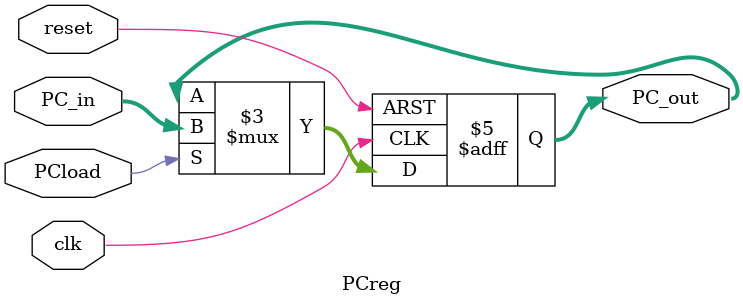
<source format=v>
module PCreg(PCload,reset,clk,PC_in,PC_out);
        input   PCload;
        input   reset;
        input   [3:0]PC_in;
        input   clk;
        output  reg [3:0]PC_out;
        
        always @(negedge clk or posedge reset) begin
                if(reset) begin
                     PC_out = 0;
                end
                else if(PCload)begin
                    PC_out = PC_in;
                end
        end
endmodule
</source>
